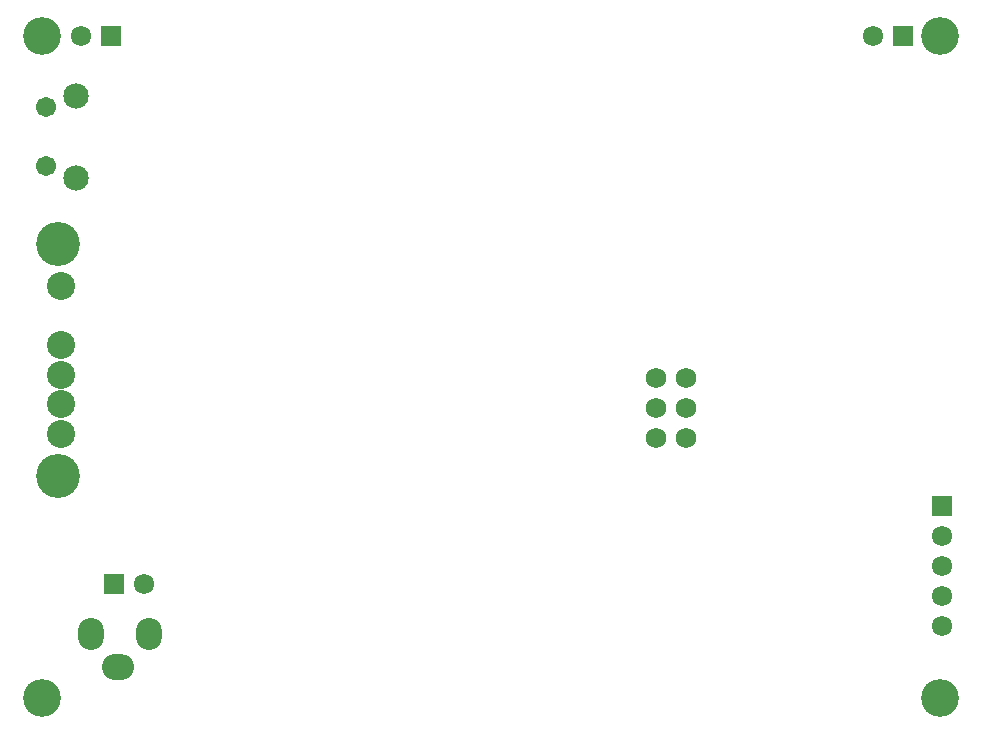
<source format=gbs>
G04*
G04 #@! TF.GenerationSoftware,Altium Limited,Altium Designer,20.2.6 (244)*
G04*
G04 Layer_Color=16711935*
%FSLAX24Y24*%
%MOIN*%
G70*
G04*
G04 #@! TF.SameCoordinates,138FFB06-442B-41CF-B478-29EAC48853A1*
G04*
G04*
G04 #@! TF.FilePolarity,Negative*
G04*
G01*
G75*
%ADD56R,0.0678X0.0678*%
%ADD57C,0.0678*%
%ADD58R,0.0678X0.0678*%
%ADD59C,0.0848*%
%ADD60C,0.0671*%
%ADD61O,0.0867X0.1064*%
%ADD62O,0.1064X0.0867*%
%ADD63C,0.0680*%
%ADD64C,0.0936*%
%ADD65C,0.1462*%
%ADD66C,0.1261*%
D56*
X30787Y7165D02*
D03*
D57*
Y6165D02*
D03*
Y5165D02*
D03*
Y4165D02*
D03*
Y3165D02*
D03*
X28465Y22835D02*
D03*
X2071D02*
D03*
X4173Y4567D02*
D03*
D58*
X29465Y22835D02*
D03*
X3071D02*
D03*
X3173Y4567D02*
D03*
D59*
X1900Y18100D02*
D03*
Y20856D02*
D03*
D60*
X916Y18494D02*
D03*
Y20462D02*
D03*
D61*
X2402Y2913D02*
D03*
X4331D02*
D03*
D62*
X3307Y1811D02*
D03*
D63*
X22244Y11449D02*
D03*
X21260D02*
D03*
X22244Y9449D02*
D03*
Y10449D02*
D03*
X21260Y9449D02*
D03*
Y10449D02*
D03*
D64*
X1400Y9582D02*
D03*
Y10566D02*
D03*
Y11550D02*
D03*
Y12534D02*
D03*
Y14503D02*
D03*
D65*
X1321Y8184D02*
D03*
Y15900D02*
D03*
D66*
X30709Y787D02*
D03*
Y22835D02*
D03*
X787D02*
D03*
Y787D02*
D03*
M02*

</source>
